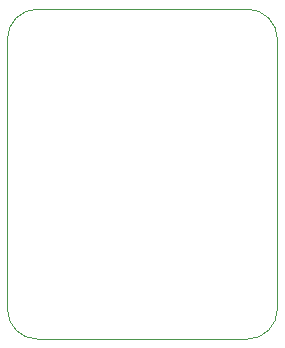
<source format=gm1>
G04 #@! TF.GenerationSoftware,KiCad,Pcbnew,6.0.8-1.fc36*
G04 #@! TF.CreationDate,2022-11-01T17:46:47+01:00*
G04 #@! TF.ProjectId,avr32dd20_eval,61767233-3264-4643-9230-5f6576616c2e,rev?*
G04 #@! TF.SameCoordinates,Original*
G04 #@! TF.FileFunction,Profile,NP*
%FSLAX46Y46*%
G04 Gerber Fmt 4.6, Leading zero omitted, Abs format (unit mm)*
G04 Created by KiCad (PCBNEW 6.0.8-1.fc36) date 2022-11-01 17:46:47*
%MOMM*%
%LPD*%
G01*
G04 APERTURE LIST*
G04 #@! TA.AperFunction,Profile*
%ADD10C,0.100000*%
G04 #@! TD*
G04 APERTURE END LIST*
D10*
X87630000Y-95250000D02*
X87630000Y-72390000D01*
X107950000Y-97790000D02*
X90170000Y-97790000D01*
X110490000Y-72390000D02*
X110490000Y-95250000D01*
X90170000Y-69850000D02*
X107950000Y-69850000D01*
X110490000Y-72390000D02*
G75*
G03*
X107950000Y-69850000I-2540000J0D01*
G01*
X90170000Y-69850000D02*
G75*
G03*
X87630000Y-72390000I0J-2540000D01*
G01*
X87630000Y-95250000D02*
G75*
G03*
X90170000Y-97790000I2540000J0D01*
G01*
X107950000Y-97790000D02*
G75*
G03*
X110490000Y-95250000I0J2540000D01*
G01*
M02*

</source>
